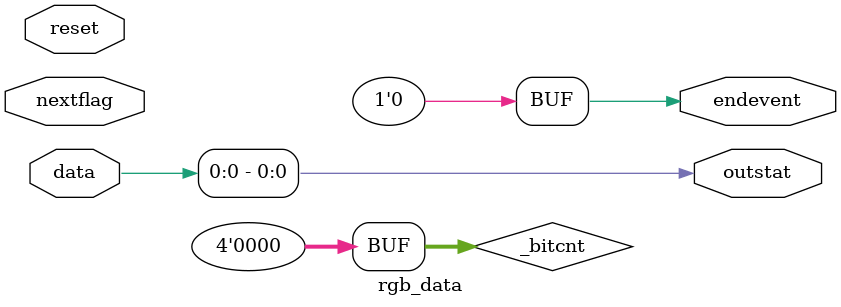
<source format=v>

module rgb_data(
	input reset,
	input nextflag, 
	input [7:0]data,
	output endevent,
	output outstat
);

	reg [3:0]_bitcnt = 0;

	always@ (reset)
	begin
		_bitcnt <= 0;
	end

	always@ (posedge nextflag)
	begin
		if (_bitcnt == 7)
			_bitcnt <= 0;
		else
			_bitcnt <= _bitcnt + 1;
	end

	assign outstat = data[_bitcnt];
	assign endevent = (_bitcnt == 7) ? 1 : 0;

endmodule


</source>
